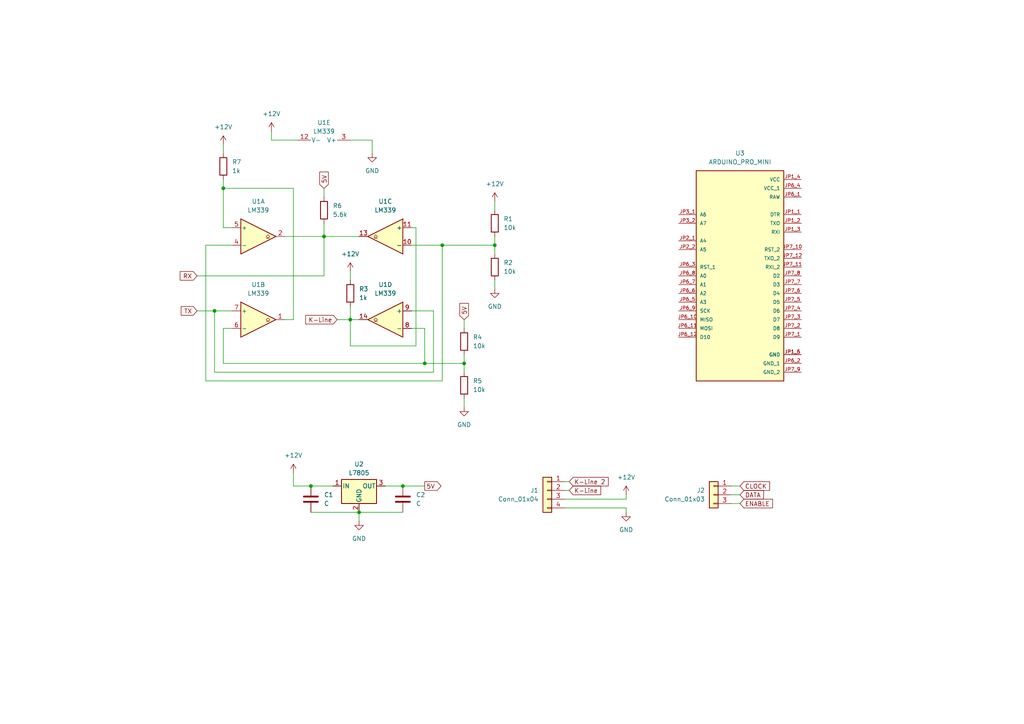
<source format=kicad_sch>
(kicad_sch (version 20230121) (generator eeschema)
  (paper "A4")
  (title_block (title "ClusterBlaster") (date "2023-09-25") (rev "1") (company "Surdu Nicolae"))
  (lib_symbols
    (symbol "ARDUINO_PRO_MINI:ARDUINO_PRO_MINI" (pin_names (offset 1.016))
      (property "Reference" "U" (at -12.7 31.75 0))
      (property "Value" "ARDUINO_PRO_MINI" (at -12.7 -33.02 0))
      (symbol "ARDUINO_PRO_MINI_0_0"
        (rectangle (start -12.7 -30.48) (end 12.7 30.48) (stroke (width 0.254)) (fill (type background)))
        (pin input line (at 17.78 17.78 180) (length 5.08) (name "DTR") (number "JP1_1"))
        (pin bidirectional line (at 17.78 15.24 180) (length 5.08) (name "TXO") (number "JP1_2"))
        (pin bidirectional line (at 17.78 12.7 180) (length 5.08) (name "RXI") (number "JP1_3"))
        (pin power_in line (at 17.78 27.94 180) (length 5.08) (name "VCC") (number "JP1_4"))
        (pin power_in line (at 17.78 -22.86 180) (length 5.08) (name "GND") (number "JP1_5"))
        (pin power_in line (at 17.78 -22.86 180) (length 5.08) (name "GND") (number "JP1_6"))
        (pin bidirectional line (at -17.78 10.16 0) (length 5.08) (name "A4") (number "JP2_1"))
        (pin bidirectional line (at -17.78 7.62 0) (length 5.08) (name "A5") (number "JP2_2"))
        (pin input line (at -17.78 17.78 0) (length 5.08) (name "A6") (number "JP3_1"))
        (pin input line (at -17.78 15.24 0) (length 5.08) (name "A7") (number "JP3_2"))
        (pin power_in line (at 17.78 22.86 180) (length 5.08) (name "RAW") (number "JP6_1"))
        (pin bidirectional line (at -17.78 -12.7 0) (length 5.08) (name "MISO") (number "JP6_10"))
        (pin bidirectional line (at -17.78 -15.24 0) (length 5.08) (name "MOSI") (number "JP6_11"))
        (pin bidirectional line (at -17.78 -17.78 0) (length 5.08) (name "D10") (number "JP6_12"))
        (pin power_in line (at 17.78 -25.4 180) (length 5.08) (name "GND_1") (number "JP6_2"))
        (pin input line (at -17.78 2.54 0) (length 5.08) (name "RST_1") (number "JP6_3"))
        (pin power_in line (at 17.78 25.4 180) (length 5.08) (name "VCC_1") (number "JP6_4"))
        (pin bidirectional line (at -17.78 -7.62 0) (length 5.08) (name "A3") (number "JP6_5"))
        (pin bidirectional line (at -17.78 -5.08 0) (length 5.08) (name "A2") (number "JP6_6"))
        (pin bidirectional line (at -17.78 -2.54 0) (length 5.08) (name "A1") (number "JP6_7"))
        (pin bidirectional line (at -17.78 0 0) (length 5.08) (name "A0") (number "JP6_8"))
        (pin bidirectional line (at -17.78 -10.16 0) (length 5.08) (name "SCK") (number "JP6_9"))
        (pin bidirectional line (at 17.78 -17.78 180) (length 5.08) (name "D9") (number "JP7_1"))
        (pin input line (at 17.78 7.62 180) (length 5.08) (name "RST_2") (number "JP7_10"))
        (pin bidirectional line (at 17.78 2.54 180) (length 5.08) (name "RXI_2") (number "JP7_11"))
        (pin bidirectional line (at 17.78 5.08 180) (length 5.08) (name "TXO_2") (number "JP7_12"))
        (pin bidirectional line (at 17.78 -15.24 180) (length 5.08) (name "D8") (number "JP7_2"))
        (pin bidirectional line (at 17.78 -12.7 180) (length 5.08) (name "D7") (number "JP7_3"))
        (pin bidirectional line (at 17.78 -10.16 180) (length 5.08) (name "D6") (number "JP7_4"))
        (pin bidirectional line (at 17.78 -7.62 180) (length 5.08) (name "D5") (number "JP7_5"))
        (pin bidirectional line (at 17.78 -5.08 180) (length 5.08) (name "D4") (number "JP7_6"))
        (pin bidirectional line (at 17.78 -2.54 180) (length 5.08) (name "D3") (number "JP7_7"))
        (pin bidirectional line (at 17.78 0 180) (length 5.08) (name "D2") (number "JP7_8"))
        (pin power_in line (at 17.78 -27.94 180) (length 5.08) (name "GND_2") (number "JP7_9"))
      )
    )
    (symbol "Comparator:LM339" (pin_names (offset 0.127))
      (property "Reference" "U" (at 0 5.08 0))
      (property "Value" "LM339" (at 0 -5.08 0))
      (symbol "LM339_1_1"
        (polyline (pts (xy -5.08 5.08) (xy 5.08 0) (xy -5.08 -5.08) (xy -5.08 5.08)) (stroke (width 0.254)) (fill (type background)))
        (polyline (pts (xy 3.302 -0.508) (xy 2.794 -0.508) (xy 3.302 0) (xy 2.794 0.508) (xy 2.286 0) (xy 2.794 -0.508) (xy 2.286 -0.508)) (stroke (width 0.127)))
        (pin open_collector line (at 7.62 0 180) (length 2.54) (name "~") (number "2"))
        (pin input line (at -7.62 -2.54 0) (length 2.54) (name "-") (number "4"))
        (pin input line (at -7.62 2.54 0) (length 2.54) (name "+") (number "5"))
      )
      (symbol "LM339_2_1"
        (polyline (pts (xy -5.08 5.08) (xy 5.08 0) (xy -5.08 -5.08) (xy -5.08 5.08)) (stroke (width 0.254)) (fill (type background)))
        (polyline (pts (xy 3.302 -0.508) (xy 2.794 -0.508) (xy 3.302 0) (xy 2.794 0.508) (xy 2.286 0) (xy 2.794 -0.508) (xy 2.286 -0.508)) (stroke (width 0.127)))
        (pin open_collector line (at 7.62 0 180) (length 2.54) (name "~") (number "1"))
        (pin input line (at -7.62 -2.54 0) (length 2.54) (name "-") (number "6"))
        (pin input line (at -7.62 2.54 0) (length 2.54) (name "+") (number "7"))
      )
      (symbol "LM339_3_1"
        (polyline (pts (xy -5.08 5.08) (xy 5.08 0) (xy -5.08 -5.08) (xy -5.08 5.08)) (stroke (width 0.254)) (fill (type background)))
        (polyline (pts (xy 3.302 -0.508) (xy 2.794 -0.508) (xy 3.302 0) (xy 2.794 0.508) (xy 2.286 0) (xy 2.794 -0.508) (xy 2.286 -0.508)) (stroke (width 0.127)))
        (pin input line (at -7.62 -2.54 0) (length 2.54) (name "-") (number "10"))
        (pin input line (at -7.62 2.54 0) (length 2.54) (name "+") (number "11"))
        (pin open_collector line (at 7.62 0 180) (length 2.54) (name "~") (number "13"))
      )
      (symbol "LM339_4_1"
        (polyline (pts (xy -5.08 5.08) (xy 5.08 0) (xy -5.08 -5.08) (xy -5.08 5.08)) (stroke (width 0.254)) (fill (type background)))
        (polyline (pts (xy 3.302 -0.508) (xy 2.794 -0.508) (xy 3.302 0) (xy 2.794 0.508) (xy 2.286 0) (xy 2.794 -0.508) (xy 2.286 -0.508)) (stroke (width 0.127)))
        (pin open_collector line (at 7.62 0 180) (length 2.54) (name "~") (number "14"))
        (pin input line (at -7.62 -2.54 0) (length 2.54) (name "-") (number "8"))
        (pin input line (at -7.62 2.54 0) (length 2.54) (name "+") (number "9"))
      )
      (symbol "LM339_5_1"
        (pin power_in line (at -2.54 -7.62 90) (length 3.81) (name "V-") (number "12"))
        (pin power_in line (at -2.54 7.62 270) (length 3.81) (name "V+") (number "3"))
      )
    )
    (symbol "Connector_Generic:Conn_01x03" (pin_names (offset 1.016) hide)
      (property "Reference" "J" (at 0 5.08 0))
      (property "Value" "Conn_01x03" (at 0 -5.08 0))
      (symbol "Conn_01x03_1_1"
        (rectangle (start -1.27 -2.413) (end 0 -2.667) (stroke (width 0.1524)))
        (rectangle (start -1.27 0.127) (end 0 -0.127) (stroke (width 0.1524)))
        (rectangle (start -1.27 2.667) (end 0 2.413) (stroke (width 0.1524)))
        (rectangle (start -1.27 3.81) (end 1.27 -3.81) (stroke (width 0.254)) (fill (type background)))
        (pin passive line (at -5.08 2.54 0) (length 3.81) (name "Pin_1") (number "1"))
        (pin passive line (at -5.08 0 0) (length 3.81) (name "Pin_2") (number "2"))
        (pin passive line (at -5.08 -2.54 0) (length 3.81) (name "Pin_3") (number "3"))
      )
    )
    (symbol "Connector_Generic:Conn_01x04" (pin_names (offset 1.016) hide)
      (property "Reference" "J" (at 0 5.08 0))
      (property "Value" "Conn_01x04" (at 0 -7.62 0))
      (symbol "Conn_01x04_1_1"
        (rectangle (start -1.27 -4.953) (end 0 -5.207) (stroke (width 0.1524)))
        (rectangle (start -1.27 -2.413) (end 0 -2.667) (stroke (width 0.1524)))
        (rectangle (start -1.27 0.127) (end 0 -0.127) (stroke (width 0.1524)))
        (rectangle (start -1.27 2.667) (end 0 2.413) (stroke (width 0.1524)))
        (rectangle (start -1.27 3.81) (end 1.27 -6.35) (stroke (width 0.254)) (fill (type background)))
        (pin passive line (at -5.08 2.54 0) (length 3.81) (name "Pin_1") (number "1"))
        (pin passive line (at -5.08 0 0) (length 3.81) (name "Pin_2") (number "2"))
        (pin passive line (at -5.08 -2.54 0) (length 3.81) (name "Pin_3") (number "3"))
        (pin passive line (at -5.08 -5.08 0) (length 3.81) (name "Pin_4") (number "4"))
      )
    )
    (symbol "Device:C" (pin_numbers hide) (pin_names (offset 0.254))
      (property "Reference" "C" (at 0.635 2.54 0))
      (property "Value" "C" (at 0.635 -2.54 0))
      (symbol "C_0_1"
        (polyline (pts (xy -2.032 -0.762) (xy 2.032 -0.762)) (stroke (width 0.508)))
        (polyline (pts (xy -2.032 0.762) (xy 2.032 0.762)) (stroke (width 0.508)))
      )
      (symbol "C_1_1"
        (pin passive line (at 0 3.81 270) (length 2.794) (name "~") (number "1"))
        (pin passive line (at 0 -3.81 90) (length 2.794) (name "~") (number "2"))
      )
    )
    (symbol "Device:R" (pin_numbers hide) (pin_names (offset 0))
      (property "Reference" "R" (at 2.032 0 90))
      (property "Value" "R" (at 0 0 90))
      (symbol "R_0_1"
        (rectangle (start -1.016 -2.54) (end 1.016 2.54) (stroke (width 0.254)))
      )
      (symbol "R_1_1"
        (pin passive line (at 0 3.81 270) (length 1.27) (name "~") (number "1"))
        (pin passive line (at 0 -3.81 90) (length 1.27) (name "~") (number "2"))
      )
    )
    (symbol "Regulator_Linear:L7805" (pin_names (offset 0.254))
      (property "Reference" "U" (at -3.81 3.175 0))
      (property "Value" "L7805" (at 0 3.175 0))
      (symbol "L7805_0_1"
        (rectangle (start -5.08 1.905) (end 5.08 -5.08) (stroke (width 0.254)) (fill (type background)))
      )
      (symbol "L7805_1_1"
        (pin power_in line (at -7.62 0 0) (length 2.54) (name "IN") (number "1"))
        (pin power_in line (at 0 -7.62 90) (length 2.54) (name "GND") (number "2"))
        (pin power_out line (at 7.62 0 180) (length 2.54) (name "OUT") (number "3"))
      )
    )
    (symbol "power:+12V" (power) (pin_names (offset 0))
      (property "Value" "+12V" (at 0 3.556 0))
      (symbol "+12V_0_1"
        (polyline (pts (xy -0.762 1.27) (xy 0 2.54)))
        (polyline (pts (xy 0 0) (xy 0 2.54)))
        (polyline (pts (xy 0 2.54) (xy 0.762 1.27)))
      )
      (symbol "+12V_1_1"
        (pin power_in line (at 0 0 90) (length 0) hide (name "+12V") (number "1"))
      )
    )
    (symbol "power:GND" (power) (pin_names (offset 0))
      (property "Value" "GND" (at 0 -3.81 0))
      (symbol "GND_0_1"
        (polyline (pts (xy 0 0) (xy 0 -1.27) (xy 1.27 -1.27) (xy 0 -2.54) (xy -1.27 -1.27) (xy 0 -1.27)))
      )
      (symbol "GND_1_1"
        (pin power_in line (at 0 0 270) (length 0) hide (name "GND") (number "1"))
      )
    )
  )
  (junction (at 93.98 68.58))
  (junction (at 104.14 148.59))
  (junction (at 62.23 90.17))
  (junction (at 143.51 71.12))
  (junction (at 134.62 105.41))
  (junction (at 123.19 105.41))
  (junction (at 128.27 71.12))
  (junction (at 116.84 140.97))
  (junction (at 101.6 92.71))
  (junction (at 90.17 140.97))
  (junction (at 64.77 54.61))
  (wire (pts (xy 212.09 146.05) (xy 214.63 146.05)))
  (wire (pts (xy 101.6 40.64) (xy 107.95 40.64)))
  (wire (pts (xy 64.77 105.41) (xy 64.77 95.25)))
  (wire (pts (xy 128.27 71.12) (xy 128.27 110.49)))
  (wire (pts (xy 128.27 71.12) (xy 143.51 71.12)))
  (wire (pts (xy 143.51 81.28) (xy 143.51 83.82)))
  (wire (pts (xy 107.95 40.64) (xy 107.95 44.45)))
  (wire (pts (xy 57.15 80.01) (xy 93.98 80.01)))
  (wire (pts (xy 64.77 66.04) (xy 67.31 66.04)))
  (wire (pts (xy 123.19 105.41) (xy 134.62 105.41)))
  (wire (pts (xy 119.38 95.25) (xy 123.19 95.25)))
  (wire (pts (xy 134.62 102.87) (xy 134.62 105.41)))
  (wire (pts (xy 104.14 148.59) (xy 104.14 151.13)))
  (wire (pts (xy 125.73 107.95) (xy 62.23 107.95)))
  (wire (pts (xy 82.55 92.71) (xy 85.09 92.71)))
  (wire (pts (xy 93.98 54.61) (xy 93.98 57.15)))
  (wire (pts (xy 64.77 54.61) (xy 64.77 66.04)))
  (wire (pts (xy 125.73 90.17) (xy 125.73 107.95)))
  (wire (pts (xy 143.51 71.12) (xy 143.51 73.66)))
  (wire (pts (xy 163.83 139.7) (xy 165.1 139.7)))
  (wire (pts (xy 212.09 143.51) (xy 214.63 143.51)))
  (wire (pts (xy 101.6 88.9) (xy 101.6 92.71)))
  (wire (pts (xy 119.38 66.04) (xy 120.65 66.04)))
  (wire (pts (xy 64.77 95.25) (xy 67.31 95.25)))
  (wire (pts (xy 123.19 105.41) (xy 64.77 105.41)))
  (wire (pts (xy 93.98 64.77) (xy 93.98 68.58)))
  (wire (pts (xy 62.23 90.17) (xy 67.31 90.17)))
  (wire (pts (xy 78.74 40.64) (xy 86.36 40.64)))
  (wire (pts (xy 120.65 66.04) (xy 120.65 100.33)))
  (wire (pts (xy 90.17 140.97) (xy 96.52 140.97)))
  (wire (pts (xy 181.61 143.51) (xy 181.61 144.78)))
  (wire (pts (xy 62.23 107.95) (xy 62.23 90.17)))
  (wire (pts (xy 181.61 144.78) (xy 163.83 144.78)))
  (wire (pts (xy 59.69 110.49) (xy 59.69 71.12)))
  (wire (pts (xy 85.09 92.71) (xy 85.09 54.61)))
  (wire (pts (xy 93.98 68.58) (xy 104.14 68.58)))
  (wire (pts (xy 85.09 54.61) (xy 64.77 54.61)))
  (wire (pts (xy 64.77 52.07) (xy 64.77 54.61)))
  (wire (pts (xy 181.61 147.32) (xy 163.83 147.32)))
  (wire (pts (xy 64.77 41.91) (xy 64.77 44.45)))
  (wire (pts (xy 212.09 140.97) (xy 214.63 140.97)))
  (wire (pts (xy 78.74 38.1) (xy 78.74 40.64)))
  (wire (pts (xy 101.6 92.71) (xy 104.14 92.71)))
  (wire (pts (xy 104.14 148.59) (xy 116.84 148.59)))
  (wire (pts (xy 134.62 105.41) (xy 134.62 107.95)))
  (wire (pts (xy 101.6 100.33) (xy 101.6 92.71)))
  (wire (pts (xy 120.65 100.33) (xy 101.6 100.33)))
  (wire (pts (xy 134.62 92.71) (xy 134.62 95.25)))
  (wire (pts (xy 97.79 92.71) (xy 101.6 92.71)))
  (wire (pts (xy 116.84 140.97) (xy 123.19 140.97)))
  (wire (pts (xy 82.55 68.58) (xy 93.98 68.58)))
  (wire (pts (xy 128.27 110.49) (xy 59.69 110.49)))
  (wire (pts (xy 85.09 140.97) (xy 90.17 140.97)))
  (wire (pts (xy 181.61 147.32) (xy 181.61 148.59)))
  (wire (pts (xy 143.51 58.42) (xy 143.51 60.96)))
  (wire (pts (xy 90.17 148.59) (xy 104.14 148.59)))
  (wire (pts (xy 85.09 137.16) (xy 85.09 140.97)))
  (wire (pts (xy 163.83 142.24) (xy 165.1 142.24)))
  (wire (pts (xy 59.69 71.12) (xy 67.31 71.12)))
  (wire (pts (xy 93.98 68.58) (xy 93.98 80.01)))
  (wire (pts (xy 119.38 71.12) (xy 128.27 71.12)))
  (wire (pts (xy 101.6 78.74) (xy 101.6 81.28)))
  (wire (pts (xy 57.15 90.17) (xy 62.23 90.17)))
  (wire (pts (xy 111.76 140.97) (xy 116.84 140.97)))
  (wire (pts (xy 123.19 95.25) (xy 123.19 105.41)))
  (wire (pts (xy 143.51 68.58) (xy 143.51 71.12)))
  (wire (pts (xy 119.38 90.17) (xy 125.73 90.17)))
  (wire (pts (xy 134.62 115.57) (xy 134.62 118.11)))
  (global_label "K-Line" (shape input) (at 97.79 92.71 180) (property "Intersheetrefs" "${INTERSHEET_REFS}" (effects hide)))
  (global_label "5V" (shape input) (at 93.98 54.61 90) (property "Intersheetrefs" "${INTERSHEET_REFS}" (effects hide)))
  (global_label "RX" (shape input) (at 57.15 80.01 180) (property "Intersheetrefs" "${INTERSHEET_REFS}" (effects hide)))
  (global_label "K-Line 2" (shape input) (at 165.1 139.7 0) (property "Intersheetrefs" "${INTERSHEET_REFS}" (effects hide)))
  (global_label "ENABLE" (shape input) (at 214.63 146.05 0) (property "Intersheetrefs" "${INTERSHEET_REFS}" (effects hide)))
  (global_label "DATA" (shape input) (at 214.63 143.51 0) (property "Intersheetrefs" "${INTERSHEET_REFS}" (effects hide)))
  (global_label "TX" (shape input) (at 57.15 90.17 180) (property "Intersheetrefs" "${INTERSHEET_REFS}" (effects hide)))
  (global_label "5V" (shape output) (at 123.19 140.97 0) (property "Intersheetrefs" "${INTERSHEET_REFS}" (effects hide)))
  (global_label "CLOCK" (shape input) (at 214.63 140.97 0) (property "Intersheetrefs" "${INTERSHEET_REFS}" (effects hide)))
  (global_label "K-Line" (shape input) (at 165.1 142.24 0) (property "Intersheetrefs" "${INTERSHEET_REFS}" (effects hide)))
  (global_label "5V" (shape input) (at 134.62 92.71 90) (property "Intersheetrefs" "${INTERSHEET_REFS}" (effects hide)))
  (symbol (lib_id "Comparator:LM339") (at 111.76 92.71 0) (mirror y) (unit 4)
    (property "Reference" "U1" (at 111.76 82.55 0))
    (property "Value" "LM339" (at 111.76 85.09 0))
    (property "Footprint" "Package_SO:SO-14_3.9x8.65mm_P1.27mm" (effects hide))
    (property "Datasheet" "https://www.st.com/resource/en/datasheet/lm139.pdf" (effects hide))
  )
  (symbol (lib_id "Device:R") (at 143.51 64.77 0) (unit 1)
    (property "Reference" "R1" (at 146.05 63.5 0) (effects (justify left)))
    (property "Value" "10k" (at 146.05 66.04 0) (effects (justify left)))
    (property "Footprint" "Resistor_SMD:R_0805_2012Metric" (effects hide))
  )
  (symbol (lib_id "Device:C") (at 116.84 144.78 0) (unit 1)
    (property "Reference" "C2" (at 120.65 143.51 0) (effects (justify left)))
    (property "Value" "C" (at 120.65 146.05 0) (effects (justify left)))
    (property "Footprint" "Capacitor_SMD:C_0805_2012Metric" (effects hide))
  )
  (symbol (lib_id "power:+12V") (at 143.51 58.42 0) (unit 1)
    (property "Reference" "#PWR03" (effects hide))
    (property "Value" "+12V" (at 143.51 53.34 0))
  )
  (symbol (lib_id "power:+12V") (at 78.74 38.1 0) (unit 1)
    (property "Reference" "#PWR05" (effects hide))
    (property "Value" "+12V" (at 78.74 33.02 0))
  )
  (symbol (lib_id "power:GND") (at 181.61 148.59 0) (unit 1)
    (property "Reference" "#PWR01" (effects hide))
    (property "Value" "GND" (at 181.61 153.67 0))
  )
  (symbol (lib_id "Device:R") (at 101.6 85.09 0) (unit 1)
    (property "Reference" "R3" (at 104.14 83.82 0) (effects (justify left)))
    (property "Value" "1k" (at 104.14 86.36 0) (effects (justify left)))
    (property "Footprint" "Resistor_SMD:R_0805_2012Metric" (effects hide))
  )
  (symbol (lib_id "Regulator_Linear:L7805") (at 104.14 140.97 0) (unit 1)
    (property "Reference" "U2" (at 104.14 134.62 0))
    (property "Value" "L7805" (at 104.14 137.16 0))
    (property "Footprint" "Package_TO_SOT_SMD:TO-252-3_TabPin2" (effects hide))
    (property "Datasheet" "http://www.st.com/content/ccc/resource/technical/document/datasheet/41/4f/b3/b0/12/d4/47/88/CD00000444.pdf/files/CD00000444.pdf/jcr:content/translations/en.CD00000444.pdf" (effects hide))
  )
  (symbol (lib_id "Device:R") (at 64.77 48.26 0) (unit 1)
    (property "Reference" "R7" (at 67.31 46.99 0) (effects (justify left)))
    (property "Value" "1k" (at 67.31 49.53 0) (effects (justify left)))
    (property "Footprint" "Resistor_SMD:R_0805_2012Metric" (effects hide))
  )
  (symbol (lib_id "power:GND") (at 143.51 83.82 0) (unit 1)
    (property "Reference" "#PWR04" (effects hide))
    (property "Value" "GND" (at 143.51 88.9 0))
  )
  (symbol (lib_id "power:+12V") (at 181.61 143.51 0) (unit 1)
    (property "Reference" "#PWR02" (effects hide))
    (property "Value" "+12V" (at 181.61 138.43 0))
  )
  (symbol (lib_id "Connector_Generic:Conn_01x03") (at 207.01 143.51 0) (mirror y) (unit 1)
    (property "Reference" "J2" (at 204.47 142.24 0) (effects (justify left)))
    (property "Value" "Conn_01x03" (at 204.47 144.78 0) (effects (justify left)))
    (property "Footprint" "Connector_JST:JST_EH_B3B-EH-A_1x03_P2.50mm_Vertical" (effects hide))
  )
  (symbol (lib_id "Device:C") (at 90.17 144.78 0) (unit 1)
    (property "Reference" "C1" (at 93.98 143.51 0) (effects (justify left)))
    (property "Value" "C" (at 93.98 146.05 0) (effects (justify left)))
    (property "Footprint" "Capacitor_SMD:C_0805_2012Metric" (effects hide))
  )
  (symbol (lib_id "Device:R") (at 134.62 99.06 0) (unit 1)
    (property "Reference" "R4" (at 137.16 97.79 0) (effects (justify left)))
    (property "Value" "10k" (at 137.16 100.33 0) (effects (justify left)))
    (property "Footprint" "Resistor_SMD:R_0805_2012Metric" (effects hide))
  )
  (symbol (lib_id "power:GND") (at 107.95 44.45 0) (unit 1)
    (property "Reference" "#PWR06" (effects hide))
    (property "Value" "GND" (at 107.95 49.53 0))
  )
  (symbol (lib_id "Comparator:LM339") (at 111.76 68.58 0) (mirror y) (unit 3)
    (property "Reference" "U1" (at 111.76 58.42 0))
    (property "Value" "LM339" (at 111.76 60.96 0))
    (property "Footprint" "Package_SO:SO-14_3.9x8.65mm_P1.27mm" (effects hide))
    (property "Datasheet" "https://www.st.com/resource/en/datasheet/lm139.pdf" (effects hide))
  )
  (symbol (lib_id "Device:R") (at 134.62 111.76 0) (unit 1)
    (property "Reference" "R5" (at 137.16 110.49 0) (effects (justify left)))
    (property "Value" "10k" (at 137.16 113.03 0) (effects (justify left)))
    (property "Footprint" "Resistor_SMD:R_0805_2012Metric" (effects hide))
  )
  (symbol (lib_id "ARDUINO_PRO_MINI:ARDUINO_PRO_MINI") (at 214.63 80.01 0) (unit 1)
    (property "Reference" "U3" (at 214.63 44.45 0))
    (property "Value" "ARDUINO_PRO_MINI" (at 214.63 46.99 0))
    (property "Footprint" "Pro_Mini:MODULE_ARDUINO_PRO_MINI" (effects hide))
    (property "MF" "Arduino" (effects hide))
    (property "MAXIMUM_PACKAGE_HEIGHT" "N/A" (effects hide))
    (property "Package" "None" (effects hide))
    (property "Price" "None" (effects hide))
    (property "Check_prices" "https://www.snapeda.com/parts/Arduino%20Pro%20Mini/Arduino/view-part/?ref=eda" (effects hide))
    (property "STANDARD" "Manufacturer Recommendations" (effects hide))
    (property "PARTREV" "N/A" (effects hide))
    (property "SnapEDA_Link" "https://www.snapeda.com/parts/Arduino%20Pro%20Mini/Arduino/view-part/?ref=snap" (effects hide))
    (property "MP" "Arduino Pro Mini" (effects hide))
    (property "Description" "\nThis board was developed for applications and installations where space is premium and projects are made as permanent set ups. Small, available in 3.3 V and 5 V versions, powered by ATmega328P.\n" (effects hide))
    (property "Availability" "In Stock" (effects hide))
    (property "MANUFACTURER" "SparkFun Electronics" (effects hide))
  )
  (symbol (lib_id "Device:R") (at 93.98 60.96 0) (unit 1)
    (property "Reference" "R6" (at 96.52 59.69 0) (effects (justify left)))
    (property "Value" "5.6k" (at 96.52 62.23 0) (effects (justify left)))
    (property "Footprint" "Resistor_SMD:R_0805_2012Metric" (effects hide))
  )
  (symbol (lib_id "power:GND") (at 134.62 118.11 0) (unit 1)
    (property "Reference" "#PWR011" (effects hide))
    (property "Value" "GND" (at 134.62 123.19 0))
  )
  (symbol (lib_id "power:+12V") (at 64.77 41.91 0) (unit 1)
    (property "Reference" "#PWR010" (effects hide))
    (property "Value" "+12V" (at 64.77 36.83 0))
  )
  (symbol (lib_id "Comparator:LM339") (at 74.93 92.71 0) (unit 2)
    (property "Reference" "U1" (at 74.93 82.55 0))
    (property "Value" "LM339" (at 74.93 85.09 0))
    (property "Footprint" "Package_SO:SO-14_3.9x8.65mm_P1.27mm" (effects hide))
    (property "Datasheet" "https://www.st.com/resource/en/datasheet/lm139.pdf" (effects hide))
  )
  (symbol (lib_id "power:GND") (at 104.14 151.13 0) (unit 1)
    (property "Reference" "#PWR08" (effects hide))
    (property "Value" "GND" (at 104.14 156.21 0))
  )
  (symbol (lib_id "power:+12V") (at 85.09 137.16 0) (unit 1)
    (property "Reference" "#PWR09" (effects hide))
    (property "Value" "+12V" (at 85.09 132.08 0))
  )
  (symbol (lib_id "Connector_Generic:Conn_01x04") (at 158.75 142.24 0) (mirror y) (unit 1)
    (property "Reference" "J1" (at 156.21 142.24 0) (effects (justify left)))
    (property "Value" "Conn_01x04" (at 156.21 144.78 0) (effects (justify left)))
    (property "Footprint" "Connector_JST:JST_EH_B4B-EH-A_1x04_P2.50mm_Vertical" (effects hide))
  )
  (symbol (lib_id "power:+12V") (at 101.6 78.74 0) (unit 1)
    (property "Reference" "#PWR07" (effects hide))
    (property "Value" "+12V" (at 101.6 73.66 0))
  )
  (symbol (lib_id "Comparator:LM339") (at 93.98 43.18 270) (unit 5)
    (property "Reference" "U1" (at 93.98 35.56 90))
    (property "Value" "LM339" (at 93.98 38.1 90))
    (property "Footprint" "Package_SO:SO-14_3.9x8.65mm_P1.27mm" (effects hide))
    (property "Datasheet" "https://www.st.com/resource/en/datasheet/lm139.pdf" (effects hide))
  )
  (symbol (lib_id "Comparator:LM339") (at 74.93 68.58 0) (unit 1)
    (property "Reference" "U1" (at 74.93 58.42 0))
    (property "Value" "LM339" (at 74.93 60.96 0))
    (property "Footprint" "Package_SO:SO-14_3.9x8.65mm_P1.27mm" (effects hide))
    (property "Datasheet" "https://www.st.com/resource/en/datasheet/lm139.pdf" (effects hide))
  )
  (symbol (lib_id "Device:R") (at 143.51 77.47 0) (unit 1)
    (property "Reference" "R2" (at 146.05 76.2 0) (effects (justify left)))
    (property "Value" "10k" (at 146.05 78.74 0) (effects (justify left)))
    (property "Footprint" "Resistor_SMD:R_0805_2012Metric" (effects hide))
  )
)
</source>
